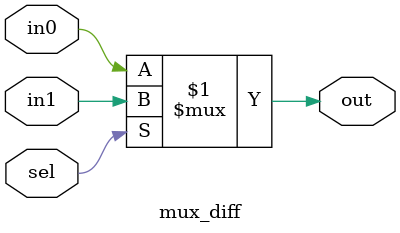
<source format=sv>
`timescale 1ns / 1ps


module mux_diff(
    input in0, in1, sel,
    output reg out
    );
    assign out = sel ? in1 : in0;
endmodule

</source>
